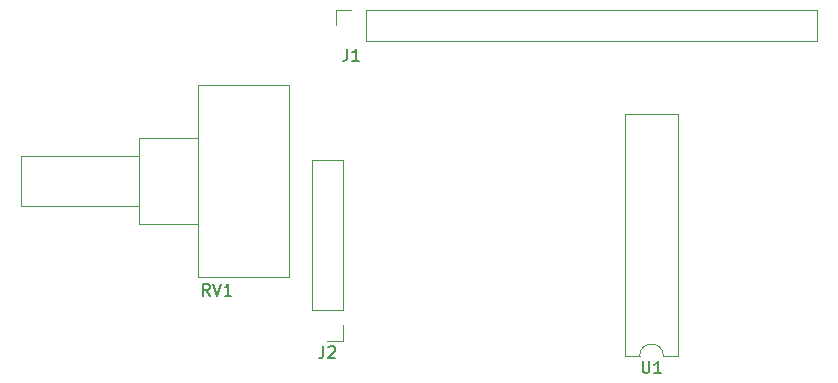
<source format=gbr>
%TF.GenerationSoftware,KiCad,Pcbnew,(6.0.7)*%
%TF.CreationDate,2023-05-11T09:52:43+08:00*%
%TF.ProjectId,ST7920 test,53543739-3230-4207-9465-73742e6b6963,rev?*%
%TF.SameCoordinates,Original*%
%TF.FileFunction,Legend,Top*%
%TF.FilePolarity,Positive*%
%FSLAX46Y46*%
G04 Gerber Fmt 4.6, Leading zero omitted, Abs format (unit mm)*
G04 Created by KiCad (PCBNEW (6.0.7)) date 2023-05-11 09:52:43*
%MOMM*%
%LPD*%
G01*
G04 APERTURE LIST*
%ADD10C,0.150000*%
%ADD11C,0.120000*%
G04 APERTURE END LIST*
D10*
%TO.C,J2*%
X96694666Y-90682380D02*
X96694666Y-91396666D01*
X96647047Y-91539523D01*
X96551809Y-91634761D01*
X96408952Y-91682380D01*
X96313714Y-91682380D01*
X97123238Y-90777619D02*
X97170857Y-90730000D01*
X97266095Y-90682380D01*
X97504190Y-90682380D01*
X97599428Y-90730000D01*
X97647047Y-90777619D01*
X97694666Y-90872857D01*
X97694666Y-90968095D01*
X97647047Y-91110952D01*
X97075619Y-91682380D01*
X97694666Y-91682380D01*
%TO.C,RV1*%
X87085561Y-86381180D02*
X86752228Y-85904990D01*
X86514133Y-86381180D02*
X86514133Y-85381180D01*
X86895085Y-85381180D01*
X86990323Y-85428800D01*
X87037942Y-85476419D01*
X87085561Y-85571657D01*
X87085561Y-85714514D01*
X87037942Y-85809752D01*
X86990323Y-85857371D01*
X86895085Y-85904990D01*
X86514133Y-85904990D01*
X87371276Y-85381180D02*
X87704609Y-86381180D01*
X88037942Y-85381180D01*
X88895085Y-86381180D02*
X88323657Y-86381180D01*
X88609371Y-86381180D02*
X88609371Y-85381180D01*
X88514133Y-85524038D01*
X88418895Y-85619276D01*
X88323657Y-85666895D01*
%TO.C,U1*%
X123713095Y-91937380D02*
X123713095Y-92746904D01*
X123760714Y-92842142D01*
X123808333Y-92889761D01*
X123903571Y-92937380D01*
X124094047Y-92937380D01*
X124189285Y-92889761D01*
X124236904Y-92842142D01*
X124284523Y-92746904D01*
X124284523Y-91937380D01*
X125284523Y-92937380D02*
X124713095Y-92937380D01*
X124998809Y-92937380D02*
X124998809Y-91937380D01*
X124903571Y-92080238D01*
X124808333Y-92175476D01*
X124713095Y-92223095D01*
%TO.C,J1*%
X98726666Y-65492380D02*
X98726666Y-66206666D01*
X98679047Y-66349523D01*
X98583809Y-66444761D01*
X98440952Y-66492380D01*
X98345714Y-66492380D01*
X99726666Y-66492380D02*
X99155238Y-66492380D01*
X99440952Y-66492380D02*
X99440952Y-65492380D01*
X99345714Y-65635238D01*
X99250476Y-65730476D01*
X99155238Y-65778095D01*
D11*
%TO.C,J2*%
X98358000Y-87630000D02*
X98358000Y-74870000D01*
X98358000Y-74870000D02*
X95698000Y-74870000D01*
X95698000Y-87630000D02*
X95698000Y-74870000D01*
X98358000Y-90230000D02*
X97028000Y-90230000D01*
X98358000Y-87630000D02*
X95698000Y-87630000D01*
X98358000Y-88900000D02*
X98358000Y-90230000D01*
%TO.C,RV1*%
X81060800Y-74558800D02*
X71060800Y-74558800D01*
X86060800Y-84798800D02*
X86060800Y-68558800D01*
X86060800Y-80298800D02*
X86060800Y-73058800D01*
X81060800Y-78798800D02*
X81060800Y-74558800D01*
X81060800Y-78798800D02*
X71060800Y-78798800D01*
X93800800Y-84798800D02*
X93800800Y-68558800D01*
X86060800Y-80298800D02*
X81060800Y-80298800D01*
X93800800Y-84798800D02*
X86060800Y-84798800D01*
X71060800Y-78798800D02*
X71060800Y-74558800D01*
X81060800Y-80298800D02*
X81060800Y-73058800D01*
X86060800Y-73058800D02*
X81060800Y-73058800D01*
X93800800Y-68558800D02*
X86060800Y-68558800D01*
%TO.C,U1*%
X122225000Y-91485000D02*
X123475000Y-91485000D01*
X122225000Y-71045000D02*
X122225000Y-91485000D01*
X126725000Y-91485000D02*
X126725000Y-71045000D01*
X126725000Y-71045000D02*
X122225000Y-71045000D01*
X125475000Y-91485000D02*
X126725000Y-91485000D01*
X125475000Y-91485000D02*
G75*
G03*
X123475000Y-91485000I-1000000J0D01*
G01*
%TO.C,J1*%
X100330000Y-64830000D02*
X138490000Y-64830000D01*
X97730000Y-63500000D02*
X97730000Y-62170000D01*
X100330000Y-62170000D02*
X138490000Y-62170000D01*
X100330000Y-64830000D02*
X100330000Y-62170000D01*
X97730000Y-62170000D02*
X99060000Y-62170000D01*
X138490000Y-64830000D02*
X138490000Y-62170000D01*
%TD*%
M02*

</source>
